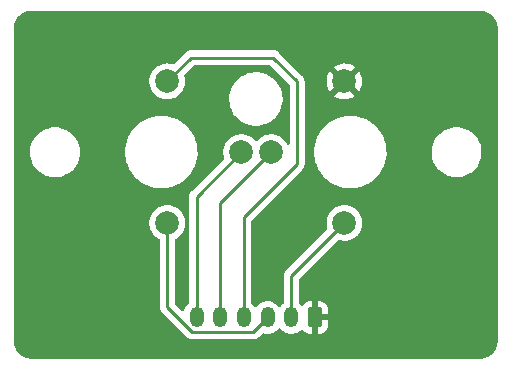
<source format=gtl>
%TF.GenerationSoftware,KiCad,Pcbnew,5.99.0-unknown-56f6e7cc17~117~ubuntu20.04.1*%
%TF.CreationDate,2021-03-07T11:01:33-05:00*%
%TF.ProjectId,LC24.2 Breakout,4c433234-2e32-4204-9272-65616b6f7574,rev?*%
%TF.SameCoordinates,Original*%
%TF.FileFunction,Copper,L1,Top*%
%TF.FilePolarity,Positive*%
%FSLAX46Y46*%
G04 Gerber Fmt 4.6, Leading zero omitted, Abs format (unit mm)*
G04 Created by KiCad (PCBNEW 5.99.0-unknown-56f6e7cc17~117~ubuntu20.04.1) date 2021-03-07 11:01:33*
%MOMM*%
%LPD*%
G01*
G04 APERTURE LIST*
G04 Aperture macros list*
%AMRoundRect*
0 Rectangle with rounded corners*
0 $1 Rounding radius*
0 $2 $3 $4 $5 $6 $7 $8 $9 X,Y pos of 4 corners*
0 Add a 4 corners polygon primitive as box body*
4,1,4,$2,$3,$4,$5,$6,$7,$8,$9,$2,$3,0*
0 Add four circle primitives for the rounded corners*
1,1,$1+$1,$2,$3*
1,1,$1+$1,$4,$5*
1,1,$1+$1,$6,$7*
1,1,$1+$1,$8,$9*
0 Add four rect primitives between the rounded corners*
20,1,$1+$1,$2,$3,$4,$5,0*
20,1,$1+$1,$4,$5,$6,$7,0*
20,1,$1+$1,$6,$7,$8,$9,0*
20,1,$1+$1,$8,$9,$2,$3,0*%
G04 Aperture macros list end*
%TA.AperFunction,ComponentPad*%
%ADD10C,2.000000*%
%TD*%
%TA.AperFunction,ComponentPad*%
%ADD11O,1.200000X1.750000*%
%TD*%
%TA.AperFunction,ComponentPad*%
%ADD12RoundRect,0.250000X0.350000X0.625000X-0.350000X0.625000X-0.350000X-0.625000X0.350000X-0.625000X0*%
%TD*%
%TA.AperFunction,Conductor*%
%ADD13C,0.250000*%
%TD*%
G04 APERTURE END LIST*
D10*
%TO.P,SW1,5*%
%TO.N,SW1*%
X167285000Y-105500000D03*
%TO.P,SW1,6*%
%TO.N,SW2*%
X164765000Y-105500000D03*
%TO.P,SW1,4,DAT*%
%TO.N,DAT*%
X158515000Y-111500000D03*
%TO.P,SW1,2,5V*%
%TO.N,+5V*%
X173515000Y-111500000D03*
%TO.P,SW1,1,GND*%
%TO.N,GND*%
X173515000Y-99500000D03*
%TO.P,SW1,3,CLK*%
%TO.N,CLK*%
X158515000Y-99500000D03*
%TD*%
D11*
%TO.P,J1,6,Pin_6*%
%TO.N,SW2*%
X161000000Y-119500000D03*
%TO.P,J1,5,Pin_5*%
%TO.N,SW1*%
X163000000Y-119500000D03*
%TO.P,J1,4,Pin_4*%
%TO.N,CLK*%
X165000000Y-119500000D03*
%TO.P,J1,3,Pin_3*%
%TO.N,DAT*%
X167000000Y-119500000D03*
%TO.P,J1,2,Pin_2*%
%TO.N,+5V*%
X169000000Y-119500000D03*
D12*
%TO.P,J1,1,Pin_1*%
%TO.N,GND*%
X171000000Y-119500000D03*
%TD*%
D13*
%TO.N,CLK*%
X169500000Y-99500000D02*
X167500000Y-97500000D01*
X165000000Y-111000000D02*
X169500000Y-106500000D01*
X165000000Y-119500000D02*
X165000000Y-111000000D01*
X169500000Y-106500000D02*
X169500000Y-99500000D01*
X160515000Y-97500000D02*
X158515000Y-99500000D01*
X167500000Y-97500000D02*
X160515000Y-97500000D01*
%TO.N,DAT*%
X167000000Y-119500000D02*
X165799980Y-120700020D01*
X165799980Y-120700020D02*
X160616845Y-120700020D01*
X160616845Y-120700020D02*
X158515000Y-118598175D01*
X158515000Y-118598175D02*
X158515000Y-111500000D01*
%TO.N,SW2*%
X164765000Y-105500000D02*
X161000000Y-109265000D01*
X161000000Y-109265000D02*
X161000000Y-119500000D01*
%TO.N,SW1*%
X163000000Y-119500000D02*
X163000000Y-109785000D01*
X163000000Y-109785000D02*
X167285000Y-105500000D01*
%TO.N,+5V*%
X169000000Y-119500000D02*
X169000000Y-116015000D01*
X169000000Y-116015000D02*
X173515000Y-111500000D01*
%TD*%
%TA.AperFunction,Conductor*%
%TO.N,GND*%
G36*
X184939027Y-93509874D02*
G01*
X184947679Y-93511383D01*
X184947680Y-93511383D01*
X184952473Y-93512219D01*
X184957332Y-93512308D01*
X184957337Y-93512308D01*
X185067689Y-93514318D01*
X185074380Y-93514618D01*
X185090883Y-93515798D01*
X185119546Y-93517848D01*
X185128453Y-93518806D01*
X185294048Y-93542615D01*
X185302876Y-93544208D01*
X185329239Y-93549942D01*
X185337945Y-93552165D01*
X185498462Y-93599297D01*
X185506996Y-93602137D01*
X185532236Y-93611551D01*
X185540547Y-93614994D01*
X185692736Y-93684497D01*
X185700778Y-93688522D01*
X185724425Y-93701434D01*
X185732160Y-93706024D01*
X185872883Y-93796460D01*
X185880273Y-93801590D01*
X185901864Y-93817753D01*
X185908867Y-93823397D01*
X186035292Y-93932945D01*
X186041874Y-93939074D01*
X186060927Y-93958127D01*
X186067057Y-93964710D01*
X186176607Y-94091139D01*
X186182246Y-94098137D01*
X186198406Y-94119722D01*
X186203533Y-94127106D01*
X186293981Y-94267847D01*
X186298570Y-94275581D01*
X186311478Y-94299220D01*
X186315500Y-94307255D01*
X186384997Y-94459430D01*
X186388440Y-94467742D01*
X186397867Y-94493018D01*
X186400707Y-94501551D01*
X186447832Y-94662044D01*
X186450055Y-94670753D01*
X186455787Y-94697097D01*
X186457383Y-94705942D01*
X186457386Y-94705959D01*
X186481193Y-94871550D01*
X186482154Y-94880490D01*
X186485382Y-94925616D01*
X186485682Y-94932311D01*
X186487381Y-95025565D01*
X186487721Y-95044250D01*
X186488437Y-95048671D01*
X186488437Y-95048676D01*
X186490381Y-95060685D01*
X186492000Y-95080816D01*
X186492000Y-121417379D01*
X186490126Y-121439027D01*
X186487781Y-121452473D01*
X186487692Y-121457332D01*
X186487692Y-121457337D01*
X186485682Y-121567689D01*
X186485382Y-121574380D01*
X186482152Y-121619546D01*
X186481195Y-121628450D01*
X186472761Y-121687107D01*
X186457385Y-121794045D01*
X186455789Y-121802891D01*
X186450056Y-121829244D01*
X186447840Y-121837928D01*
X186419443Y-121934640D01*
X186400702Y-121998465D01*
X186397862Y-122006998D01*
X186388450Y-122032233D01*
X186385008Y-122040543D01*
X186315501Y-122192742D01*
X186311475Y-122200785D01*
X186298571Y-122224417D01*
X186293981Y-122232152D01*
X186203535Y-122372891D01*
X186198411Y-122380271D01*
X186185105Y-122398046D01*
X186182255Y-122401853D01*
X186176614Y-122408853D01*
X186067063Y-122535284D01*
X186060933Y-122541867D01*
X186041868Y-122560932D01*
X186035285Y-122567062D01*
X185908859Y-122676610D01*
X185901865Y-122682246D01*
X185880260Y-122698420D01*
X185872902Y-122703528D01*
X185761071Y-122775397D01*
X185732156Y-122793979D01*
X185724428Y-122798565D01*
X185700769Y-122811483D01*
X185692735Y-122815505D01*
X185540549Y-122885006D01*
X185532238Y-122888448D01*
X185506989Y-122897865D01*
X185498457Y-122900705D01*
X185433057Y-122919908D01*
X185337953Y-122947833D01*
X185329247Y-122950055D01*
X185302894Y-122955788D01*
X185294047Y-122957385D01*
X185253048Y-122963280D01*
X185128451Y-122981193D01*
X185119510Y-122982154D01*
X185074383Y-122985382D01*
X185067688Y-122985682D01*
X184960233Y-122987639D01*
X184960228Y-122987639D01*
X184955751Y-122987721D01*
X184940891Y-122990126D01*
X184939309Y-122990382D01*
X184919179Y-122992000D01*
X147082621Y-122992000D01*
X147060973Y-122990126D01*
X147052321Y-122988617D01*
X147052320Y-122988617D01*
X147047527Y-122987781D01*
X147042668Y-122987692D01*
X147042663Y-122987692D01*
X146932311Y-122985682D01*
X146925620Y-122985382D01*
X146909117Y-122984202D01*
X146880454Y-122982152D01*
X146871550Y-122981195D01*
X146732990Y-122961272D01*
X146705955Y-122957385D01*
X146697108Y-122955789D01*
X146670756Y-122950056D01*
X146662072Y-122947840D01*
X146565360Y-122919443D01*
X146501535Y-122900702D01*
X146493002Y-122897862D01*
X146467767Y-122888450D01*
X146459457Y-122885008D01*
X146307258Y-122815501D01*
X146299215Y-122811475D01*
X146275583Y-122798571D01*
X146267848Y-122793981D01*
X146157161Y-122722848D01*
X146127104Y-122703532D01*
X146119729Y-122698411D01*
X146098147Y-122682255D01*
X146091147Y-122676614D01*
X145964716Y-122567063D01*
X145958133Y-122560933D01*
X145939068Y-122541868D01*
X145932938Y-122535285D01*
X145823390Y-122408859D01*
X145817749Y-122401859D01*
X145817745Y-122401853D01*
X145801580Y-122380260D01*
X145796472Y-122372902D01*
X145706021Y-122232156D01*
X145701431Y-122224421D01*
X145688521Y-122200778D01*
X145684495Y-122192735D01*
X145614994Y-122040549D01*
X145611552Y-122032238D01*
X145602135Y-122006989D01*
X145599295Y-121998457D01*
X145552169Y-121837962D01*
X145549945Y-121829247D01*
X145544212Y-121802894D01*
X145542614Y-121794041D01*
X145518807Y-121628451D01*
X145517846Y-121619510D01*
X145514618Y-121574383D01*
X145514318Y-121567688D01*
X145512361Y-121460233D01*
X145512361Y-121460228D01*
X145512279Y-121455751D01*
X145509618Y-121439309D01*
X145508000Y-121419179D01*
X145508000Y-105477868D01*
X146886616Y-105477868D01*
X146903166Y-105764892D01*
X146903991Y-105769097D01*
X146903992Y-105769105D01*
X146904799Y-105773216D01*
X146958516Y-106047014D01*
X146959903Y-106051065D01*
X147023767Y-106237596D01*
X147051642Y-106319014D01*
X147053568Y-106322843D01*
X147167631Y-106549631D01*
X147180822Y-106575859D01*
X147343664Y-106812796D01*
X147537155Y-107025440D01*
X147757716Y-107209857D01*
X147761357Y-107212141D01*
X147997624Y-107360352D01*
X147997628Y-107360354D01*
X148001264Y-107362635D01*
X148263293Y-107480945D01*
X148267412Y-107482165D01*
X148534841Y-107561382D01*
X148534846Y-107561383D01*
X148538954Y-107562600D01*
X148543188Y-107563248D01*
X148543193Y-107563249D01*
X148796037Y-107601940D01*
X148823147Y-107606088D01*
X148969498Y-107608387D01*
X149106321Y-107610537D01*
X149106327Y-107610537D01*
X149110612Y-107610604D01*
X149114864Y-107610089D01*
X149114872Y-107610089D01*
X149336529Y-107583265D01*
X149396030Y-107576064D01*
X149400179Y-107574976D01*
X149400182Y-107574975D01*
X149669970Y-107504198D01*
X149674121Y-107503109D01*
X149939736Y-107393087D01*
X149988827Y-107364401D01*
X150184255Y-107250202D01*
X150184257Y-107250200D01*
X150187963Y-107248035D01*
X150414208Y-107070637D01*
X150428699Y-107055684D01*
X150587557Y-106891754D01*
X150614283Y-106864175D01*
X150616816Y-106860727D01*
X150616820Y-106860722D01*
X150781949Y-106635925D01*
X150784487Y-106632470D01*
X150809837Y-106585782D01*
X150919621Y-106383585D01*
X150919622Y-106383583D01*
X150921671Y-106379809D01*
X151023295Y-106110869D01*
X151054255Y-105975689D01*
X151086521Y-105834808D01*
X151086522Y-105834804D01*
X151087479Y-105830624D01*
X151092970Y-105769105D01*
X151107445Y-105606915D01*
X154953366Y-105606915D01*
X154953693Y-105610471D01*
X154953693Y-105610478D01*
X154974839Y-105840604D01*
X154985150Y-105952814D01*
X155055886Y-106292892D01*
X155057003Y-106296279D01*
X155057005Y-106296287D01*
X155163548Y-106619387D01*
X155164666Y-106622777D01*
X155166161Y-106626019D01*
X155166161Y-106626020D01*
X155302718Y-106922234D01*
X155310090Y-106938226D01*
X155490289Y-107235186D01*
X155492473Y-107238006D01*
X155492478Y-107238014D01*
X155698581Y-107504198D01*
X155702947Y-107509837D01*
X155945329Y-107758649D01*
X156214320Y-107978424D01*
X156241577Y-107995956D01*
X156503457Y-108164404D01*
X156503465Y-108164408D01*
X156506460Y-108166335D01*
X156817995Y-108319967D01*
X156821352Y-108321172D01*
X156821356Y-108321174D01*
X156939131Y-108363459D01*
X157144919Y-108437344D01*
X157483029Y-108516959D01*
X157486560Y-108517377D01*
X157486566Y-108517378D01*
X157824435Y-108557367D01*
X157824441Y-108557367D01*
X157827978Y-108557786D01*
X157831540Y-108557802D01*
X157831547Y-108557802D01*
X158001655Y-108558544D01*
X158175331Y-108559302D01*
X158520623Y-108521486D01*
X158524104Y-108520698D01*
X158524112Y-108520697D01*
X158772873Y-108464407D01*
X158859415Y-108444825D01*
X159187351Y-108330305D01*
X159206282Y-108321174D01*
X159497003Y-108180946D01*
X159497006Y-108180945D01*
X159500214Y-108179397D01*
X159793984Y-107994043D01*
X160064882Y-107776624D01*
X160309426Y-107529937D01*
X160325272Y-107509837D01*
X160522259Y-107259958D01*
X160524472Y-107257151D01*
X160526350Y-107254116D01*
X160526355Y-107254109D01*
X160705376Y-106964814D01*
X160707256Y-106961776D01*
X160855428Y-106647607D01*
X160967082Y-106318685D01*
X160967892Y-106314958D01*
X161040026Y-105982723D01*
X161040783Y-105979237D01*
X161075584Y-105633628D01*
X161078500Y-105500000D01*
X161070711Y-105362828D01*
X161059010Y-105156770D01*
X161059009Y-105156763D01*
X161058807Y-105153202D01*
X161020042Y-104927600D01*
X161000588Y-104814380D01*
X161000586Y-104814371D01*
X160999983Y-104810862D01*
X160956194Y-104660628D01*
X160903785Y-104480824D01*
X160903785Y-104480823D01*
X160902782Y-104477383D01*
X160875063Y-104411279D01*
X160835790Y-104317624D01*
X160768456Y-104157050D01*
X160598730Y-103853983D01*
X160395787Y-103572077D01*
X160339649Y-103510273D01*
X160164646Y-103317610D01*
X160164644Y-103317608D01*
X160162236Y-103314957D01*
X159901079Y-103085929D01*
X159615674Y-102887937D01*
X159612527Y-102886246D01*
X159612522Y-102886243D01*
X159312847Y-102725222D01*
X159309691Y-102723526D01*
X158987063Y-102594810D01*
X158651937Y-102503445D01*
X158471532Y-102475678D01*
X158312146Y-102451146D01*
X158312142Y-102451146D01*
X158308623Y-102450604D01*
X158271812Y-102449158D01*
X157965105Y-102437107D01*
X157965100Y-102437107D01*
X157961535Y-102436967D01*
X157770733Y-102451146D01*
X157618695Y-102462444D01*
X157618690Y-102462445D01*
X157615133Y-102462709D01*
X157273872Y-102527499D01*
X156942140Y-102630505D01*
X156938862Y-102631948D01*
X156938855Y-102631950D01*
X156627481Y-102768958D01*
X156627476Y-102768960D01*
X156624200Y-102770402D01*
X156324141Y-102945391D01*
X156045820Y-103153223D01*
X156043222Y-103155667D01*
X156043216Y-103155672D01*
X155795420Y-103388776D01*
X155792816Y-103391226D01*
X155790506Y-103393955D01*
X155593211Y-103627009D01*
X155568380Y-103656340D01*
X155566400Y-103659304D01*
X155566398Y-103659306D01*
X155377787Y-103941582D01*
X155375399Y-103945156D01*
X155373760Y-103948338D01*
X155373759Y-103948340D01*
X155353512Y-103987652D01*
X155216353Y-104253962D01*
X155215087Y-104257303D01*
X155215085Y-104257308D01*
X155192234Y-104317624D01*
X155093288Y-104578788D01*
X155071477Y-104664669D01*
X155008665Y-104911990D01*
X155008663Y-104911998D01*
X155007785Y-104915457D01*
X154960944Y-105259641D01*
X154953366Y-105606915D01*
X151107445Y-105606915D01*
X151112816Y-105546728D01*
X151112816Y-105546726D01*
X151113036Y-105544262D01*
X151113500Y-105500000D01*
X151103809Y-105357839D01*
X151094238Y-105217442D01*
X151094237Y-105217436D01*
X151093946Y-105213165D01*
X151089409Y-105191254D01*
X151036513Y-104935835D01*
X151035644Y-104931638D01*
X150939674Y-104660628D01*
X150807812Y-104405150D01*
X150642498Y-104169931D01*
X150639573Y-104166783D01*
X150449711Y-103962468D01*
X150449708Y-103962466D01*
X150446790Y-103959325D01*
X150443474Y-103956611D01*
X150443471Y-103956608D01*
X150227629Y-103779942D01*
X150227622Y-103779937D01*
X150224311Y-103777227D01*
X149979176Y-103627009D01*
X149975240Y-103625281D01*
X149719851Y-103513172D01*
X149719847Y-103513171D01*
X149715923Y-103511448D01*
X149439421Y-103432685D01*
X149228794Y-103402708D01*
X149159041Y-103392781D01*
X149159039Y-103392781D01*
X149154789Y-103392176D01*
X149003976Y-103391387D01*
X148871579Y-103390693D01*
X148871573Y-103390693D01*
X148867292Y-103390671D01*
X148863048Y-103391230D01*
X148863044Y-103391230D01*
X148737864Y-103407710D01*
X148582251Y-103428197D01*
X148578111Y-103429330D01*
X148578109Y-103429330D01*
X148561547Y-103433861D01*
X148304940Y-103504061D01*
X148283580Y-103513172D01*
X148044433Y-103615176D01*
X148044426Y-103615180D01*
X148040491Y-103616858D01*
X148036810Y-103619061D01*
X147797479Y-103762297D01*
X147797475Y-103762300D01*
X147793797Y-103764501D01*
X147790454Y-103767179D01*
X147790450Y-103767182D01*
X147685739Y-103851072D01*
X147569423Y-103944259D01*
X147566479Y-103947361D01*
X147566475Y-103947365D01*
X147388343Y-104135076D01*
X147371520Y-104152804D01*
X147203752Y-104386279D01*
X147069222Y-104640362D01*
X147005556Y-104814337D01*
X146974626Y-104898857D01*
X146970419Y-104910352D01*
X146909173Y-105191254D01*
X146886616Y-105477868D01*
X145508000Y-105477868D01*
X145508000Y-101094786D01*
X163753485Y-101094786D01*
X163753937Y-101098945D01*
X163753937Y-101098949D01*
X163755508Y-101113404D01*
X163785888Y-101393053D01*
X163786884Y-101397110D01*
X163786885Y-101397113D01*
X163790704Y-101412659D01*
X163857453Y-101684414D01*
X163966924Y-101963751D01*
X164112377Y-102226157D01*
X164114860Y-102229500D01*
X164114863Y-102229505D01*
X164268939Y-102436967D01*
X164291258Y-102467019D01*
X164500423Y-102682108D01*
X164503701Y-102684688D01*
X164503706Y-102684692D01*
X164732904Y-102865053D01*
X164736197Y-102867644D01*
X164739802Y-102869776D01*
X164739805Y-102869778D01*
X164836382Y-102926893D01*
X164994439Y-103020368D01*
X165270610Y-103137596D01*
X165559860Y-103217269D01*
X165564005Y-103217837D01*
X165564006Y-103217837D01*
X165574774Y-103219312D01*
X165857106Y-103257986D01*
X165861282Y-103258001D01*
X165861288Y-103258001D01*
X166009666Y-103258518D01*
X166157126Y-103259033D01*
X166454649Y-103220392D01*
X166744448Y-103142741D01*
X166748290Y-103141142D01*
X166748298Y-103141139D01*
X167017581Y-103029047D01*
X167021432Y-103027444D01*
X167025029Y-103025350D01*
X167025036Y-103025347D01*
X167174155Y-102938557D01*
X167280733Y-102876527D01*
X167295526Y-102865053D01*
X167514480Y-102695214D01*
X167514481Y-102695213D01*
X167517797Y-102692641D01*
X167679600Y-102528563D01*
X167725519Y-102481999D01*
X167725524Y-102481994D01*
X167728458Y-102479018D01*
X167740748Y-102462709D01*
X167906504Y-102242743D01*
X167906506Y-102242740D01*
X167909016Y-102239409D01*
X168056298Y-101978026D01*
X168167716Y-101699460D01*
X168241314Y-101408605D01*
X168243114Y-101393053D01*
X168275470Y-101113404D01*
X168275798Y-101110571D01*
X168278500Y-101000000D01*
X168258616Y-100700638D01*
X168199315Y-100406535D01*
X168101637Y-100122858D01*
X168010654Y-99941168D01*
X167969172Y-99858331D01*
X167969171Y-99858329D01*
X167967300Y-99854593D01*
X167798662Y-99606450D01*
X167765874Y-99569778D01*
X167601475Y-99385908D01*
X167601474Y-99385907D01*
X167598688Y-99382791D01*
X167370890Y-99187545D01*
X167203938Y-99079125D01*
X167122780Y-99026420D01*
X167122775Y-99026417D01*
X167119270Y-99024141D01*
X167105847Y-99017767D01*
X166903947Y-98921898D01*
X166848250Y-98895451D01*
X166562590Y-98803736D01*
X166267310Y-98750606D01*
X166101140Y-98743060D01*
X165971767Y-98737185D01*
X165971762Y-98737185D01*
X165967597Y-98736996D01*
X165963449Y-98737359D01*
X165963445Y-98737359D01*
X165771744Y-98754131D01*
X165668717Y-98763145D01*
X165664645Y-98764055D01*
X165664640Y-98764056D01*
X165379999Y-98827681D01*
X165379996Y-98827682D01*
X165375920Y-98828593D01*
X165094352Y-98932190D01*
X165090664Y-98934134D01*
X165090656Y-98934138D01*
X164932040Y-99017767D01*
X164828958Y-99072116D01*
X164584402Y-99245913D01*
X164581353Y-99248757D01*
X164581346Y-99248762D01*
X164473780Y-99349070D01*
X164364980Y-99450528D01*
X164362327Y-99453757D01*
X164362323Y-99453762D01*
X164233536Y-99610550D01*
X164174546Y-99682365D01*
X164172340Y-99685922D01*
X164172337Y-99685927D01*
X164124920Y-99762404D01*
X164016448Y-99937351D01*
X163893462Y-100211007D01*
X163888058Y-100229134D01*
X163808940Y-100494528D01*
X163808938Y-100494536D01*
X163807749Y-100498525D01*
X163807097Y-100502642D01*
X163807096Y-100502646D01*
X163765848Y-100763082D01*
X163760816Y-100794853D01*
X163760635Y-100802272D01*
X163755533Y-101011016D01*
X163753485Y-101094786D01*
X145508000Y-101094786D01*
X145508000Y-99605576D01*
X157005187Y-99605576D01*
X157005944Y-99610579D01*
X157005944Y-99610584D01*
X157029765Y-99768095D01*
X157041488Y-99845609D01*
X157043034Y-99850425D01*
X157043035Y-99850428D01*
X157114090Y-100071735D01*
X157115700Y-100076750D01*
X157225911Y-100293053D01*
X157228901Y-100297138D01*
X157330187Y-100435527D01*
X157369288Y-100488952D01*
X157542141Y-100659408D01*
X157546266Y-100662340D01*
X157546269Y-100662342D01*
X157735898Y-100797105D01*
X157735902Y-100797108D01*
X157740023Y-100800036D01*
X157744561Y-100802269D01*
X157744566Y-100802272D01*
X157901675Y-100879579D01*
X157957843Y-100907217D01*
X157962678Y-100908695D01*
X157962680Y-100908696D01*
X158041295Y-100932730D01*
X158189998Y-100978193D01*
X158195017Y-100978880D01*
X158195019Y-100978881D01*
X158349191Y-101000000D01*
X158430514Y-101011140D01*
X158499858Y-101009445D01*
X158668143Y-101005333D01*
X158668147Y-101005333D01*
X158673204Y-101005209D01*
X158911823Y-100960552D01*
X158917926Y-100958355D01*
X159059968Y-100907217D01*
X159140234Y-100878320D01*
X159352558Y-100760626D01*
X159356536Y-100757496D01*
X159356540Y-100757493D01*
X159539358Y-100613629D01*
X159539359Y-100613628D01*
X159543334Y-100610500D01*
X159546756Y-100606779D01*
X159704231Y-100435527D01*
X159704234Y-100435523D01*
X159707654Y-100431804D01*
X159841290Y-100229134D01*
X159887277Y-100126809D01*
X159938730Y-100012322D01*
X159938732Y-100012316D01*
X159940804Y-100007706D01*
X159958633Y-99941168D01*
X160002327Y-99778098D01*
X160002327Y-99778097D01*
X160003635Y-99773216D01*
X160028168Y-99531696D01*
X160028500Y-99500000D01*
X160028271Y-99497152D01*
X160009437Y-99263061D01*
X160009436Y-99263056D01*
X160009031Y-99258020D01*
X160006757Y-99248762D01*
X159955738Y-99041048D01*
X159958914Y-98970122D01*
X159989006Y-98921898D01*
X160740499Y-98170405D01*
X160802811Y-98136379D01*
X160829594Y-98133500D01*
X167185406Y-98133500D01*
X167253527Y-98153502D01*
X167274501Y-98170405D01*
X168829595Y-99725499D01*
X168863621Y-99787811D01*
X168866500Y-99814594D01*
X168866500Y-104746216D01*
X168846498Y-104814337D01*
X168792842Y-104860830D01*
X168722568Y-104870934D01*
X168657988Y-104841440D01*
X168628841Y-104804596D01*
X168628245Y-104803455D01*
X168626269Y-104798801D01*
X168496907Y-104593378D01*
X168336365Y-104411279D01*
X168148775Y-104257191D01*
X167938962Y-104135076D01*
X167934235Y-104133262D01*
X167934232Y-104133260D01*
X167717048Y-104049891D01*
X167717044Y-104049890D01*
X167712324Y-104048078D01*
X167707374Y-104047044D01*
X167707371Y-104047043D01*
X167479643Y-103999468D01*
X167479639Y-103999468D01*
X167474692Y-103998434D01*
X167232180Y-103987422D01*
X167227160Y-103988003D01*
X167227156Y-103988003D01*
X166996056Y-104014742D01*
X166991026Y-104015324D01*
X166986155Y-104016702D01*
X166986152Y-104016703D01*
X166878955Y-104047037D01*
X166757436Y-104081424D01*
X166647427Y-104132722D01*
X166542001Y-104181882D01*
X166541997Y-104181884D01*
X166537419Y-104184019D01*
X166336635Y-104320472D01*
X166247091Y-104405150D01*
X166167068Y-104480824D01*
X166160250Y-104487271D01*
X166157172Y-104491297D01*
X166157171Y-104491298D01*
X166124819Y-104533613D01*
X166067555Y-104575581D01*
X165996691Y-104579926D01*
X165930209Y-104540410D01*
X165924217Y-104533613D01*
X165816365Y-104411279D01*
X165628775Y-104257191D01*
X165418962Y-104135076D01*
X165414235Y-104133262D01*
X165414232Y-104133260D01*
X165197048Y-104049891D01*
X165197044Y-104049890D01*
X165192324Y-104048078D01*
X165187374Y-104047044D01*
X165187371Y-104047043D01*
X164959643Y-103999468D01*
X164959639Y-103999468D01*
X164954692Y-103998434D01*
X164712180Y-103987422D01*
X164707160Y-103988003D01*
X164707156Y-103988003D01*
X164476056Y-104014742D01*
X164471026Y-104015324D01*
X164466155Y-104016702D01*
X164466152Y-104016703D01*
X164358955Y-104047037D01*
X164237436Y-104081424D01*
X164127427Y-104132722D01*
X164022001Y-104181882D01*
X164021997Y-104181884D01*
X164017419Y-104184019D01*
X163816635Y-104320472D01*
X163727091Y-104405150D01*
X163647068Y-104480824D01*
X163640250Y-104487271D01*
X163637172Y-104491297D01*
X163637171Y-104491298D01*
X163495875Y-104676105D01*
X163495872Y-104676109D01*
X163492802Y-104680125D01*
X163378085Y-104894072D01*
X163376439Y-104898853D01*
X163376437Y-104898857D01*
X163333944Y-105022265D01*
X163299049Y-105123608D01*
X163257729Y-105362828D01*
X163257676Y-105367888D01*
X163256480Y-105482148D01*
X163255187Y-105605576D01*
X163255944Y-105610579D01*
X163255944Y-105610584D01*
X163290731Y-105840604D01*
X163291488Y-105845609D01*
X163293034Y-105850425D01*
X163293035Y-105850428D01*
X163324361Y-105947995D01*
X163326141Y-106018969D01*
X163293488Y-106075608D01*
X160607487Y-108761609D01*
X160599399Y-108768969D01*
X160593005Y-108773027D01*
X160587580Y-108778804D01*
X160547131Y-108821878D01*
X160544376Y-108824720D01*
X160524062Y-108845034D01*
X160521417Y-108848445D01*
X160513713Y-108857465D01*
X160483443Y-108889699D01*
X160479626Y-108896643D01*
X160479624Y-108896645D01*
X160473682Y-108907453D01*
X160462828Y-108923977D01*
X160450417Y-108939977D01*
X160447270Y-108947248D01*
X160447270Y-108947249D01*
X160432859Y-108980551D01*
X160427638Y-108991207D01*
X160406338Y-109029952D01*
X160404366Y-109037635D01*
X160404365Y-109037636D01*
X160401301Y-109049568D01*
X160394897Y-109068272D01*
X160390001Y-109079585D01*
X160389999Y-109079592D01*
X160386852Y-109086864D01*
X160385613Y-109094688D01*
X160385612Y-109094691D01*
X160379935Y-109130535D01*
X160377528Y-109142156D01*
X160368013Y-109179218D01*
X160366535Y-109184975D01*
X160366500Y-109185531D01*
X160366500Y-109205452D01*
X160364949Y-109225162D01*
X160361816Y-109244944D01*
X160362562Y-109252836D01*
X160365941Y-109288582D01*
X160366500Y-109300440D01*
X160366500Y-118250244D01*
X160346498Y-118318365D01*
X160313401Y-118353013D01*
X160272416Y-118382086D01*
X160268267Y-118386420D01*
X160268266Y-118386421D01*
X160130302Y-118530540D01*
X160130298Y-118530545D01*
X160126152Y-118534876D01*
X160122900Y-118539912D01*
X160122898Y-118539915D01*
X160020787Y-118698058D01*
X160011418Y-118712568D01*
X160009178Y-118718127D01*
X160009174Y-118718134D01*
X159972431Y-118809305D01*
X159952573Y-118858581D01*
X159943006Y-118882319D01*
X159898991Y-118938025D01*
X159831846Y-118961092D01*
X159762889Y-118944195D01*
X159737045Y-118924316D01*
X159185405Y-118372676D01*
X159151379Y-118310364D01*
X159148500Y-118283581D01*
X159148500Y-112947957D01*
X159168502Y-112879836D01*
X159213413Y-112837756D01*
X159352558Y-112760626D01*
X159356536Y-112757496D01*
X159356540Y-112757493D01*
X159539358Y-112613629D01*
X159539359Y-112613628D01*
X159543334Y-112610500D01*
X159655104Y-112488952D01*
X159704231Y-112435527D01*
X159704234Y-112435523D01*
X159707654Y-112431804D01*
X159841290Y-112229134D01*
X159907746Y-112081263D01*
X159938730Y-112012322D01*
X159938732Y-112012316D01*
X159940804Y-112007706D01*
X159982946Y-111850428D01*
X160002327Y-111778098D01*
X160002327Y-111778097D01*
X160003635Y-111773216D01*
X160028168Y-111531696D01*
X160028500Y-111500000D01*
X160009031Y-111258020D01*
X159977243Y-111128600D01*
X159952331Y-111027179D01*
X159951124Y-111022265D01*
X159916397Y-110940452D01*
X159858245Y-110803456D01*
X159858245Y-110803455D01*
X159856269Y-110798801D01*
X159726907Y-110593378D01*
X159566365Y-110411279D01*
X159378775Y-110257191D01*
X159168962Y-110135076D01*
X159164235Y-110133262D01*
X159164232Y-110133260D01*
X158947048Y-110049891D01*
X158947044Y-110049890D01*
X158942324Y-110048078D01*
X158937374Y-110047044D01*
X158937371Y-110047043D01*
X158709643Y-109999468D01*
X158709639Y-109999468D01*
X158704692Y-109998434D01*
X158462180Y-109987422D01*
X158457160Y-109988003D01*
X158457156Y-109988003D01*
X158226056Y-110014742D01*
X158221026Y-110015324D01*
X158216155Y-110016702D01*
X158216152Y-110016703D01*
X158163957Y-110031473D01*
X157987436Y-110081424D01*
X157877427Y-110132722D01*
X157772001Y-110181882D01*
X157771997Y-110181884D01*
X157767419Y-110184019D01*
X157566635Y-110320472D01*
X157390250Y-110487271D01*
X157387172Y-110491297D01*
X157387171Y-110491298D01*
X157245875Y-110676105D01*
X157245872Y-110676109D01*
X157242802Y-110680125D01*
X157240412Y-110684583D01*
X157240411Y-110684584D01*
X157201043Y-110758005D01*
X157128085Y-110894072D01*
X157126439Y-110898853D01*
X157126437Y-110898857D01*
X157079408Y-111035440D01*
X157049049Y-111123608D01*
X157007729Y-111362828D01*
X157005187Y-111605576D01*
X157041488Y-111845609D01*
X157043034Y-111850425D01*
X157043035Y-111850428D01*
X157091964Y-112002821D01*
X157115700Y-112076750D01*
X157225911Y-112293053D01*
X157228901Y-112297138D01*
X157330187Y-112435527D01*
X157369288Y-112488952D01*
X157542141Y-112659408D01*
X157546266Y-112662340D01*
X157546269Y-112662342D01*
X157735901Y-112797107D01*
X157735904Y-112797109D01*
X157740023Y-112800036D01*
X157744559Y-112802268D01*
X157811130Y-112835025D01*
X157863421Y-112883048D01*
X157881500Y-112948080D01*
X157881500Y-118519791D01*
X157880986Y-118530695D01*
X157879334Y-118538086D01*
X157879583Y-118546012D01*
X157879583Y-118546013D01*
X157881438Y-118605041D01*
X157881500Y-118608998D01*
X157881500Y-118637753D01*
X157881996Y-118641678D01*
X157881996Y-118641679D01*
X157882039Y-118642018D01*
X157882972Y-118653862D01*
X157884361Y-118698058D01*
X157888577Y-118712568D01*
X157890012Y-118717508D01*
X157894022Y-118736871D01*
X157894873Y-118743605D01*
X157896560Y-118756963D01*
X157899476Y-118764328D01*
X157899477Y-118764332D01*
X157912837Y-118798076D01*
X157916681Y-118809303D01*
X157929014Y-118851753D01*
X157933052Y-118858581D01*
X157939323Y-118869186D01*
X157948019Y-118886937D01*
X157952558Y-118898401D01*
X157955478Y-118905775D01*
X157960139Y-118912190D01*
X157981465Y-118941542D01*
X157987983Y-118951465D01*
X158010486Y-118989516D01*
X158010855Y-118989934D01*
X158024938Y-119004017D01*
X158037772Y-119019042D01*
X158049554Y-119035258D01*
X158083335Y-119063204D01*
X158092115Y-119071194D01*
X160113454Y-121092533D01*
X160120814Y-121100621D01*
X160124872Y-121107015D01*
X160130649Y-121112440D01*
X160173723Y-121152889D01*
X160176565Y-121155644D01*
X160196879Y-121175958D01*
X160200290Y-121178603D01*
X160209310Y-121186307D01*
X160241544Y-121216577D01*
X160248488Y-121220394D01*
X160248490Y-121220396D01*
X160259298Y-121226338D01*
X160275822Y-121237192D01*
X160291822Y-121249603D01*
X160299093Y-121252750D01*
X160299094Y-121252750D01*
X160332396Y-121267161D01*
X160343052Y-121272382D01*
X160381797Y-121293682D01*
X160389480Y-121295654D01*
X160389481Y-121295655D01*
X160401413Y-121298719D01*
X160420117Y-121305123D01*
X160431428Y-121310018D01*
X160431435Y-121310020D01*
X160438709Y-121313168D01*
X160466508Y-121317571D01*
X160482383Y-121320085D01*
X160494008Y-121322493D01*
X160531063Y-121332007D01*
X160531065Y-121332007D01*
X160536820Y-121333485D01*
X160537376Y-121333520D01*
X160557292Y-121333520D01*
X160577002Y-121335071D01*
X160596790Y-121338205D01*
X160604682Y-121337459D01*
X160640438Y-121334079D01*
X160652296Y-121333520D01*
X165721596Y-121333520D01*
X165732500Y-121334034D01*
X165739891Y-121335686D01*
X165747817Y-121335437D01*
X165747818Y-121335437D01*
X165806846Y-121333582D01*
X165810803Y-121333520D01*
X165839558Y-121333520D01*
X165843825Y-121332981D01*
X165855667Y-121332048D01*
X165887315Y-121331053D01*
X165891940Y-121330908D01*
X165899863Y-121330659D01*
X165919314Y-121325008D01*
X165938675Y-121320998D01*
X165941400Y-121320654D01*
X165950910Y-121319453D01*
X165950913Y-121319452D01*
X165958768Y-121318460D01*
X165966133Y-121315544D01*
X165966137Y-121315543D01*
X165999881Y-121302183D01*
X166011110Y-121298338D01*
X166020345Y-121295655D01*
X166053558Y-121286006D01*
X166060386Y-121281968D01*
X166070991Y-121275697D01*
X166088742Y-121267001D01*
X166100206Y-121262462D01*
X166100209Y-121262460D01*
X166107580Y-121259542D01*
X166143348Y-121233555D01*
X166153271Y-121227036D01*
X166164499Y-121220396D01*
X166191321Y-121204534D01*
X166191739Y-121204165D01*
X166205822Y-121190082D01*
X166220847Y-121177248D01*
X166237063Y-121165466D01*
X166265010Y-121131684D01*
X166272999Y-121122905D01*
X166534076Y-120861828D01*
X166596388Y-120827802D01*
X166664504Y-120831895D01*
X166730616Y-120854853D01*
X166730618Y-120854854D01*
X166736281Y-120856820D01*
X166742216Y-120857681D01*
X166742218Y-120857681D01*
X166939666Y-120886310D01*
X166939669Y-120886310D01*
X166945606Y-120887171D01*
X167156894Y-120877391D01*
X167345674Y-120831895D01*
X167356687Y-120829241D01*
X167356689Y-120829240D01*
X167362520Y-120827835D01*
X167367978Y-120825353D01*
X167367982Y-120825352D01*
X167484776Y-120772249D01*
X167555066Y-120740290D01*
X167727584Y-120617914D01*
X167736782Y-120608306D01*
X167869698Y-120469460D01*
X167869702Y-120469455D01*
X167873848Y-120465124D01*
X167877101Y-120460086D01*
X167877105Y-120460081D01*
X167894741Y-120432767D01*
X167948496Y-120386389D01*
X168018791Y-120376435D01*
X168083309Y-120406066D01*
X168099678Y-120423280D01*
X168184592Y-120531379D01*
X168193635Y-120542891D01*
X168198165Y-120546822D01*
X168198166Y-120546823D01*
X168348856Y-120677587D01*
X168348861Y-120677591D01*
X168353387Y-120681518D01*
X168536471Y-120787434D01*
X168542147Y-120789405D01*
X168730607Y-120854850D01*
X168730610Y-120854851D01*
X168736281Y-120856820D01*
X168855237Y-120874068D01*
X168939666Y-120886310D01*
X168939669Y-120886310D01*
X168945606Y-120887171D01*
X169156894Y-120877391D01*
X169345674Y-120831895D01*
X169356687Y-120829241D01*
X169356689Y-120829240D01*
X169362520Y-120827835D01*
X169367978Y-120825353D01*
X169367982Y-120825352D01*
X169484776Y-120772249D01*
X169555066Y-120740290D01*
X169727584Y-120617914D01*
X169819460Y-120521939D01*
X169881013Y-120486564D01*
X169951923Y-120490083D01*
X170009673Y-120531379D01*
X170015848Y-120539986D01*
X170060641Y-120608306D01*
X170069965Y-120619458D01*
X170187629Y-120730922D01*
X170199276Y-120739635D01*
X170339429Y-120821043D01*
X170352754Y-120826837D01*
X170508700Y-120874068D01*
X170521323Y-120876516D01*
X170591184Y-120882751D01*
X170596779Y-120883000D01*
X170727885Y-120883000D01*
X170743124Y-120878525D01*
X170744329Y-120877135D01*
X170746000Y-120869452D01*
X170746000Y-119767548D01*
X171254000Y-119767548D01*
X171254000Y-120864885D01*
X171258475Y-120880124D01*
X171259865Y-120881329D01*
X171267548Y-120883000D01*
X171389223Y-120883000D01*
X171396524Y-120882576D01*
X171518255Y-120868383D01*
X171532410Y-120865037D01*
X171684761Y-120809737D01*
X171697760Y-120803227D01*
X171833306Y-120714359D01*
X171844458Y-120705035D01*
X171955922Y-120587371D01*
X171964635Y-120575724D01*
X172046043Y-120435571D01*
X172051837Y-120422246D01*
X172099068Y-120266300D01*
X172101516Y-120253677D01*
X172107751Y-120183816D01*
X172108000Y-120178221D01*
X172108000Y-119772115D01*
X172103525Y-119756876D01*
X172102135Y-119755671D01*
X172094452Y-119754000D01*
X171272115Y-119754000D01*
X171256876Y-119758475D01*
X171255671Y-119759865D01*
X171254000Y-119767548D01*
X170746000Y-119767548D01*
X170746000Y-118135115D01*
X170744659Y-118130548D01*
X171254000Y-118130548D01*
X171254000Y-119227885D01*
X171258475Y-119243124D01*
X171259865Y-119244329D01*
X171267548Y-119246000D01*
X172089885Y-119246000D01*
X172105124Y-119241525D01*
X172106329Y-119240135D01*
X172108000Y-119232452D01*
X172108000Y-118835777D01*
X172107576Y-118828476D01*
X172093383Y-118706745D01*
X172090037Y-118692590D01*
X172034737Y-118540239D01*
X172028227Y-118527240D01*
X171939359Y-118391694D01*
X171930035Y-118380542D01*
X171812371Y-118269078D01*
X171800724Y-118260365D01*
X171660571Y-118178957D01*
X171647246Y-118173163D01*
X171491300Y-118125932D01*
X171478677Y-118123484D01*
X171408816Y-118117249D01*
X171403221Y-118117000D01*
X171272115Y-118117000D01*
X171256876Y-118121475D01*
X171255671Y-118122865D01*
X171254000Y-118130548D01*
X170744659Y-118130548D01*
X170741525Y-118119876D01*
X170740135Y-118118671D01*
X170732452Y-118117000D01*
X170610777Y-118117000D01*
X170603476Y-118117424D01*
X170481745Y-118131617D01*
X170467590Y-118134963D01*
X170315239Y-118190263D01*
X170302240Y-118196773D01*
X170166694Y-118285641D01*
X170155542Y-118294965D01*
X170044078Y-118412629D01*
X170035362Y-118424279D01*
X170020347Y-118450129D01*
X169968836Y-118498987D01*
X169899087Y-118512239D01*
X169833246Y-118485679D01*
X169812307Y-118464674D01*
X169806365Y-118457109D01*
X169801834Y-118453177D01*
X169676919Y-118344780D01*
X169638578Y-118285026D01*
X169633500Y-118249615D01*
X169633500Y-116329594D01*
X169653502Y-116261473D01*
X169670405Y-116240499D01*
X172939419Y-112971485D01*
X173001731Y-112937459D01*
X173065353Y-112940086D01*
X173185147Y-112976711D01*
X173185160Y-112976714D01*
X173189998Y-112978193D01*
X173195017Y-112978880D01*
X173195019Y-112978881D01*
X173370240Y-113002883D01*
X173430514Y-113011140D01*
X173499858Y-113009445D01*
X173668143Y-113005333D01*
X173668147Y-113005333D01*
X173673204Y-113005209D01*
X173911823Y-112960552D01*
X173946808Y-112947957D01*
X174135470Y-112880035D01*
X174140234Y-112878320D01*
X174352558Y-112760626D01*
X174356536Y-112757496D01*
X174356540Y-112757493D01*
X174539358Y-112613629D01*
X174539359Y-112613628D01*
X174543334Y-112610500D01*
X174655104Y-112488952D01*
X174704231Y-112435527D01*
X174704234Y-112435523D01*
X174707654Y-112431804D01*
X174841290Y-112229134D01*
X174907746Y-112081263D01*
X174938730Y-112012322D01*
X174938732Y-112012316D01*
X174940804Y-112007706D01*
X174982946Y-111850428D01*
X175002327Y-111778098D01*
X175002327Y-111778097D01*
X175003635Y-111773216D01*
X175028168Y-111531696D01*
X175028500Y-111500000D01*
X175009031Y-111258020D01*
X174977243Y-111128600D01*
X174952331Y-111027179D01*
X174951124Y-111022265D01*
X174916397Y-110940452D01*
X174858245Y-110803456D01*
X174858245Y-110803455D01*
X174856269Y-110798801D01*
X174726907Y-110593378D01*
X174566365Y-110411279D01*
X174378775Y-110257191D01*
X174168962Y-110135076D01*
X174164235Y-110133262D01*
X174164232Y-110133260D01*
X173947048Y-110049891D01*
X173947044Y-110049890D01*
X173942324Y-110048078D01*
X173937374Y-110047044D01*
X173937371Y-110047043D01*
X173709643Y-109999468D01*
X173709639Y-109999468D01*
X173704692Y-109998434D01*
X173462180Y-109987422D01*
X173457160Y-109988003D01*
X173457156Y-109988003D01*
X173226056Y-110014742D01*
X173221026Y-110015324D01*
X173216155Y-110016702D01*
X173216152Y-110016703D01*
X173163957Y-110031473D01*
X172987436Y-110081424D01*
X172877427Y-110132722D01*
X172772001Y-110181882D01*
X172771997Y-110181884D01*
X172767419Y-110184019D01*
X172566635Y-110320472D01*
X172390250Y-110487271D01*
X172387172Y-110491297D01*
X172387171Y-110491298D01*
X172245875Y-110676105D01*
X172245872Y-110676109D01*
X172242802Y-110680125D01*
X172240412Y-110684583D01*
X172240411Y-110684584D01*
X172201043Y-110758005D01*
X172128085Y-110894072D01*
X172126439Y-110898853D01*
X172126437Y-110898857D01*
X172079408Y-111035440D01*
X172049049Y-111123608D01*
X172007729Y-111362828D01*
X172005187Y-111605576D01*
X172041488Y-111845609D01*
X172043034Y-111850425D01*
X172043035Y-111850428D01*
X172074361Y-111947995D01*
X172076141Y-112018969D01*
X172043488Y-112075608D01*
X168607487Y-115511609D01*
X168599399Y-115518969D01*
X168593005Y-115523027D01*
X168587580Y-115528804D01*
X168547131Y-115571878D01*
X168544376Y-115574720D01*
X168524062Y-115595034D01*
X168521417Y-115598445D01*
X168513713Y-115607465D01*
X168483443Y-115639699D01*
X168479626Y-115646643D01*
X168479624Y-115646645D01*
X168473682Y-115657453D01*
X168462828Y-115673977D01*
X168450417Y-115689977D01*
X168447270Y-115697248D01*
X168447270Y-115697249D01*
X168432859Y-115730551D01*
X168427638Y-115741207D01*
X168406338Y-115779952D01*
X168404366Y-115787635D01*
X168404365Y-115787636D01*
X168401301Y-115799568D01*
X168394897Y-115818272D01*
X168390001Y-115829585D01*
X168389999Y-115829592D01*
X168386852Y-115836864D01*
X168385613Y-115844688D01*
X168385612Y-115844691D01*
X168379935Y-115880535D01*
X168377528Y-115892156D01*
X168368013Y-115929218D01*
X168366535Y-115934975D01*
X168366500Y-115935531D01*
X168366500Y-115955452D01*
X168364949Y-115975162D01*
X168361816Y-115994944D01*
X168362562Y-116002836D01*
X168365941Y-116038582D01*
X168366500Y-116050440D01*
X168366500Y-118250244D01*
X168346498Y-118318365D01*
X168313401Y-118353013D01*
X168272416Y-118382086D01*
X168268267Y-118386420D01*
X168268266Y-118386421D01*
X168130302Y-118530540D01*
X168130298Y-118530545D01*
X168126152Y-118534876D01*
X168122899Y-118539914D01*
X168122895Y-118539919D01*
X168105259Y-118567233D01*
X168051504Y-118613611D01*
X167981209Y-118623565D01*
X167916691Y-118593934D01*
X167900322Y-118576720D01*
X167810072Y-118461828D01*
X167810069Y-118461825D01*
X167806365Y-118457109D01*
X167801834Y-118453177D01*
X167651144Y-118322413D01*
X167651139Y-118322409D01*
X167646613Y-118318482D01*
X167463529Y-118212566D01*
X167418050Y-118196773D01*
X167269393Y-118145150D01*
X167269390Y-118145149D01*
X167263719Y-118143180D01*
X167131535Y-118124014D01*
X167060334Y-118113690D01*
X167060331Y-118113690D01*
X167054394Y-118112829D01*
X166843106Y-118122609D01*
X166711540Y-118154317D01*
X166643313Y-118170759D01*
X166643311Y-118170760D01*
X166637480Y-118172165D01*
X166632022Y-118174647D01*
X166632018Y-118174648D01*
X166597675Y-118190263D01*
X166444934Y-118259710D01*
X166272416Y-118382086D01*
X166268267Y-118386420D01*
X166268266Y-118386421D01*
X166130302Y-118530540D01*
X166130298Y-118530545D01*
X166126152Y-118534876D01*
X166122899Y-118539914D01*
X166122895Y-118539919D01*
X166105259Y-118567233D01*
X166051504Y-118613611D01*
X165981209Y-118623565D01*
X165916691Y-118593934D01*
X165900322Y-118576720D01*
X165810072Y-118461828D01*
X165810069Y-118461825D01*
X165806365Y-118457109D01*
X165801834Y-118453177D01*
X165676919Y-118344780D01*
X165638578Y-118285026D01*
X165633500Y-118249615D01*
X165633500Y-111314594D01*
X165653502Y-111246473D01*
X165670405Y-111225499D01*
X169892513Y-107003391D01*
X169900601Y-106996031D01*
X169906995Y-106991973D01*
X169952870Y-106943121D01*
X169955624Y-106940280D01*
X169975938Y-106919966D01*
X169978583Y-106916555D01*
X169986289Y-106907533D01*
X170011133Y-106881077D01*
X170016557Y-106875301D01*
X170020376Y-106868355D01*
X170026318Y-106857547D01*
X170037172Y-106841023D01*
X170044725Y-106831286D01*
X170044725Y-106831285D01*
X170049583Y-106825023D01*
X170067142Y-106784447D01*
X170072363Y-106773790D01*
X170079600Y-106760626D01*
X170093662Y-106735048D01*
X170095635Y-106727364D01*
X170098699Y-106715432D01*
X170105103Y-106696728D01*
X170109999Y-106685415D01*
X170110001Y-106685408D01*
X170113148Y-106678136D01*
X170117984Y-106647607D01*
X170120065Y-106634465D01*
X170122472Y-106622844D01*
X170131987Y-106585782D01*
X170131987Y-106585781D01*
X170133465Y-106580025D01*
X170133500Y-106579469D01*
X170133500Y-106559548D01*
X170135051Y-106539838D01*
X170136944Y-106527886D01*
X170136944Y-106527885D01*
X170138184Y-106520056D01*
X170134059Y-106476417D01*
X170133500Y-106464560D01*
X170133500Y-105606915D01*
X170953366Y-105606915D01*
X170953693Y-105610471D01*
X170953693Y-105610478D01*
X170974839Y-105840604D01*
X170985150Y-105952814D01*
X171055886Y-106292892D01*
X171057003Y-106296279D01*
X171057005Y-106296287D01*
X171163548Y-106619387D01*
X171164666Y-106622777D01*
X171166161Y-106626019D01*
X171166161Y-106626020D01*
X171302718Y-106922234D01*
X171310090Y-106938226D01*
X171490289Y-107235186D01*
X171492473Y-107238006D01*
X171492478Y-107238014D01*
X171698581Y-107504198D01*
X171702947Y-107509837D01*
X171945329Y-107758649D01*
X172214320Y-107978424D01*
X172241577Y-107995956D01*
X172503457Y-108164404D01*
X172503465Y-108164408D01*
X172506460Y-108166335D01*
X172817995Y-108319967D01*
X172821352Y-108321172D01*
X172821356Y-108321174D01*
X172939131Y-108363459D01*
X173144919Y-108437344D01*
X173483029Y-108516959D01*
X173486560Y-108517377D01*
X173486566Y-108517378D01*
X173824435Y-108557367D01*
X173824441Y-108557367D01*
X173827978Y-108557786D01*
X173831540Y-108557802D01*
X173831547Y-108557802D01*
X174001655Y-108558544D01*
X174175331Y-108559302D01*
X174520623Y-108521486D01*
X174524104Y-108520698D01*
X174524112Y-108520697D01*
X174772873Y-108464407D01*
X174859415Y-108444825D01*
X175187351Y-108330305D01*
X175206282Y-108321174D01*
X175497003Y-108180946D01*
X175497006Y-108180945D01*
X175500214Y-108179397D01*
X175793984Y-107994043D01*
X176064882Y-107776624D01*
X176309426Y-107529937D01*
X176325272Y-107509837D01*
X176522259Y-107259958D01*
X176524472Y-107257151D01*
X176526350Y-107254116D01*
X176526355Y-107254109D01*
X176705376Y-106964814D01*
X176707256Y-106961776D01*
X176855428Y-106647607D01*
X176967082Y-106318685D01*
X176967892Y-106314958D01*
X177040026Y-105982723D01*
X177040783Y-105979237D01*
X177075584Y-105633628D01*
X177078500Y-105500000D01*
X177077243Y-105477868D01*
X180886616Y-105477868D01*
X180903166Y-105764892D01*
X180903991Y-105769097D01*
X180903992Y-105769105D01*
X180904799Y-105773216D01*
X180958516Y-106047014D01*
X180959903Y-106051065D01*
X181023767Y-106237596D01*
X181051642Y-106319014D01*
X181053568Y-106322843D01*
X181167631Y-106549631D01*
X181180822Y-106575859D01*
X181343664Y-106812796D01*
X181537155Y-107025440D01*
X181757716Y-107209857D01*
X181761357Y-107212141D01*
X181997624Y-107360352D01*
X181997628Y-107360354D01*
X182001264Y-107362635D01*
X182263293Y-107480945D01*
X182267412Y-107482165D01*
X182534841Y-107561382D01*
X182534846Y-107561383D01*
X182538954Y-107562600D01*
X182543188Y-107563248D01*
X182543193Y-107563249D01*
X182796037Y-107601940D01*
X182823147Y-107606088D01*
X182969498Y-107608387D01*
X183106321Y-107610537D01*
X183106327Y-107610537D01*
X183110612Y-107610604D01*
X183114864Y-107610089D01*
X183114872Y-107610089D01*
X183336529Y-107583265D01*
X183396030Y-107576064D01*
X183400179Y-107574976D01*
X183400182Y-107574975D01*
X183669970Y-107504198D01*
X183674121Y-107503109D01*
X183939736Y-107393087D01*
X183988827Y-107364401D01*
X184184255Y-107250202D01*
X184184257Y-107250200D01*
X184187963Y-107248035D01*
X184414208Y-107070637D01*
X184428699Y-107055684D01*
X184587557Y-106891754D01*
X184614283Y-106864175D01*
X184616816Y-106860727D01*
X184616820Y-106860722D01*
X184781949Y-106635925D01*
X184784487Y-106632470D01*
X184809837Y-106585782D01*
X184919621Y-106383585D01*
X184919622Y-106383583D01*
X184921671Y-106379809D01*
X185023295Y-106110869D01*
X185054255Y-105975689D01*
X185086521Y-105834808D01*
X185086522Y-105834804D01*
X185087479Y-105830624D01*
X185092970Y-105769105D01*
X185112816Y-105546728D01*
X185112816Y-105546726D01*
X185113036Y-105544262D01*
X185113500Y-105500000D01*
X185103809Y-105357839D01*
X185094238Y-105217442D01*
X185094237Y-105217436D01*
X185093946Y-105213165D01*
X185089409Y-105191254D01*
X185036513Y-104935835D01*
X185035644Y-104931638D01*
X184939674Y-104660628D01*
X184807812Y-104405150D01*
X184642498Y-104169931D01*
X184639573Y-104166783D01*
X184449711Y-103962468D01*
X184449708Y-103962466D01*
X184446790Y-103959325D01*
X184443474Y-103956611D01*
X184443471Y-103956608D01*
X184227629Y-103779942D01*
X184227622Y-103779937D01*
X184224311Y-103777227D01*
X183979176Y-103627009D01*
X183975240Y-103625281D01*
X183719851Y-103513172D01*
X183719847Y-103513171D01*
X183715923Y-103511448D01*
X183439421Y-103432685D01*
X183228794Y-103402708D01*
X183159041Y-103392781D01*
X183159039Y-103392781D01*
X183154789Y-103392176D01*
X183003976Y-103391387D01*
X182871579Y-103390693D01*
X182871573Y-103390693D01*
X182867292Y-103390671D01*
X182863048Y-103391230D01*
X182863044Y-103391230D01*
X182737864Y-103407710D01*
X182582251Y-103428197D01*
X182578111Y-103429330D01*
X182578109Y-103429330D01*
X182561547Y-103433861D01*
X182304940Y-103504061D01*
X182283580Y-103513172D01*
X182044433Y-103615176D01*
X182044426Y-103615180D01*
X182040491Y-103616858D01*
X182036810Y-103619061D01*
X181797479Y-103762297D01*
X181797475Y-103762300D01*
X181793797Y-103764501D01*
X181790454Y-103767179D01*
X181790450Y-103767182D01*
X181685739Y-103851072D01*
X181569423Y-103944259D01*
X181566479Y-103947361D01*
X181566475Y-103947365D01*
X181388343Y-104135076D01*
X181371520Y-104152804D01*
X181203752Y-104386279D01*
X181069222Y-104640362D01*
X181005556Y-104814337D01*
X180974626Y-104898857D01*
X180970419Y-104910352D01*
X180909173Y-105191254D01*
X180886616Y-105477868D01*
X177077243Y-105477868D01*
X177070711Y-105362828D01*
X177059010Y-105156770D01*
X177059009Y-105156763D01*
X177058807Y-105153202D01*
X177020042Y-104927600D01*
X177000588Y-104814380D01*
X177000586Y-104814371D01*
X176999983Y-104810862D01*
X176956194Y-104660628D01*
X176903785Y-104480824D01*
X176903785Y-104480823D01*
X176902782Y-104477383D01*
X176875063Y-104411279D01*
X176835790Y-104317624D01*
X176768456Y-104157050D01*
X176598730Y-103853983D01*
X176395787Y-103572077D01*
X176339649Y-103510273D01*
X176164646Y-103317610D01*
X176164644Y-103317608D01*
X176162236Y-103314957D01*
X175901079Y-103085929D01*
X175615674Y-102887937D01*
X175612527Y-102886246D01*
X175612522Y-102886243D01*
X175312847Y-102725222D01*
X175309691Y-102723526D01*
X174987063Y-102594810D01*
X174651937Y-102503445D01*
X174471532Y-102475678D01*
X174312146Y-102451146D01*
X174312142Y-102451146D01*
X174308623Y-102450604D01*
X174271812Y-102449158D01*
X173965105Y-102437107D01*
X173965100Y-102437107D01*
X173961535Y-102436967D01*
X173770733Y-102451146D01*
X173618695Y-102462444D01*
X173618690Y-102462445D01*
X173615133Y-102462709D01*
X173273872Y-102527499D01*
X172942140Y-102630505D01*
X172938862Y-102631948D01*
X172938855Y-102631950D01*
X172627481Y-102768958D01*
X172627476Y-102768960D01*
X172624200Y-102770402D01*
X172324141Y-102945391D01*
X172045820Y-103153223D01*
X172043222Y-103155667D01*
X172043216Y-103155672D01*
X171795420Y-103388776D01*
X171792816Y-103391226D01*
X171790506Y-103393955D01*
X171593211Y-103627009D01*
X171568380Y-103656340D01*
X171566400Y-103659304D01*
X171566398Y-103659306D01*
X171377787Y-103941582D01*
X171375399Y-103945156D01*
X171373760Y-103948338D01*
X171373759Y-103948340D01*
X171353512Y-103987652D01*
X171216353Y-104253962D01*
X171215087Y-104257303D01*
X171215085Y-104257308D01*
X171192234Y-104317624D01*
X171093288Y-104578788D01*
X171071477Y-104664669D01*
X171008665Y-104911990D01*
X171008663Y-104911998D01*
X171007785Y-104915457D01*
X170960944Y-105259641D01*
X170953366Y-105606915D01*
X170133500Y-105606915D01*
X170133500Y-100729877D01*
X172649739Y-100729877D01*
X172658846Y-100741734D01*
X172736157Y-100796677D01*
X172744815Y-100801838D01*
X172953488Y-100904518D01*
X172962872Y-100908233D01*
X173185257Y-100976223D01*
X173195127Y-100978393D01*
X173425520Y-101009953D01*
X173435611Y-101010517D01*
X173668091Y-101004836D01*
X173678124Y-101003781D01*
X173906716Y-100961001D01*
X173916455Y-100958355D01*
X174135263Y-100879579D01*
X174144456Y-100875409D01*
X174347848Y-100762667D01*
X174356264Y-100757076D01*
X174373704Y-100743353D01*
X174382173Y-100731451D01*
X174375676Y-100719886D01*
X173527812Y-99872022D01*
X173513868Y-99864408D01*
X173512035Y-99864539D01*
X173505420Y-99868790D01*
X172656243Y-100717967D01*
X172649739Y-100729877D01*
X170133500Y-100729877D01*
X170133500Y-99600479D01*
X172005739Y-99600479D01*
X172006443Y-99610550D01*
X172041218Y-99840490D01*
X172043522Y-99850314D01*
X172114613Y-100071735D01*
X172118461Y-100081071D01*
X172224040Y-100288283D01*
X172229325Y-100296874D01*
X172273392Y-100357083D01*
X172284404Y-100365513D01*
X172297146Y-100358644D01*
X173142978Y-99512812D01*
X173149356Y-99501132D01*
X173879408Y-99501132D01*
X173879539Y-99502965D01*
X173883790Y-99509580D01*
X174733567Y-100359357D01*
X174745947Y-100366117D01*
X174754680Y-100359579D01*
X174838069Y-100233113D01*
X174842926Y-100224278D01*
X174938259Y-100012154D01*
X174941642Y-100002653D01*
X175001836Y-99778007D01*
X175003655Y-99768095D01*
X175027378Y-99534540D01*
X175027698Y-99528816D01*
X175027970Y-99502857D01*
X175027771Y-99497152D01*
X175008943Y-99263142D01*
X175007331Y-99253189D01*
X174951856Y-99027337D01*
X174948673Y-99017767D01*
X174857803Y-98803690D01*
X174853130Y-98794753D01*
X174757036Y-98642155D01*
X174746465Y-98632824D01*
X174737303Y-98636907D01*
X173887022Y-99487188D01*
X173879408Y-99501132D01*
X173149356Y-99501132D01*
X173150592Y-99498868D01*
X173150461Y-99497035D01*
X173146210Y-99490420D01*
X172296314Y-98640524D01*
X172283746Y-98633661D01*
X172272697Y-98641845D01*
X172246296Y-98676375D01*
X172240832Y-98684854D01*
X172130936Y-98889809D01*
X172126894Y-98899061D01*
X172051182Y-99118947D01*
X172048673Y-99128719D01*
X172009089Y-99357885D01*
X172008174Y-99367933D01*
X172005739Y-99600479D01*
X170133500Y-99600479D01*
X170133500Y-99578383D01*
X170134014Y-99567479D01*
X170135666Y-99560088D01*
X170134864Y-99534550D01*
X170133562Y-99493134D01*
X170133500Y-99489176D01*
X170133500Y-99460422D01*
X170132961Y-99456155D01*
X170132027Y-99444305D01*
X170130888Y-99408040D01*
X170130639Y-99400117D01*
X170124988Y-99380666D01*
X170120978Y-99361304D01*
X170119433Y-99349070D01*
X170119432Y-99349067D01*
X170118440Y-99341212D01*
X170115524Y-99333847D01*
X170115523Y-99333843D01*
X170102163Y-99300099D01*
X170098318Y-99288870D01*
X170085986Y-99246422D01*
X170081948Y-99239594D01*
X170075677Y-99228989D01*
X170066981Y-99211238D01*
X170062442Y-99199774D01*
X170062440Y-99199771D01*
X170059522Y-99192400D01*
X170033535Y-99156632D01*
X170027016Y-99146709D01*
X170015939Y-99127978D01*
X170004514Y-99108659D01*
X170004145Y-99108241D01*
X169990062Y-99094158D01*
X169977228Y-99079133D01*
X169965446Y-99062917D01*
X169931664Y-99034970D01*
X169922885Y-99026981D01*
X169164861Y-98268957D01*
X172649891Y-98268957D01*
X172657081Y-98282871D01*
X173502188Y-99127978D01*
X173516132Y-99135592D01*
X173517965Y-99135461D01*
X173524580Y-99131210D01*
X174376493Y-98279297D01*
X174383701Y-98266096D01*
X174377495Y-98257403D01*
X174374120Y-98255057D01*
X174173114Y-98138069D01*
X174164023Y-98133714D01*
X173946907Y-98050371D01*
X173937230Y-98047523D01*
X173709591Y-97999967D01*
X173699564Y-97998700D01*
X173467251Y-97988152D01*
X173457173Y-97988503D01*
X173226150Y-98015233D01*
X173216256Y-98017192D01*
X172992473Y-98080516D01*
X172983029Y-98084028D01*
X172772247Y-98182318D01*
X172763482Y-98187297D01*
X172658215Y-98258836D01*
X172649891Y-98268957D01*
X169164861Y-98268957D01*
X168003391Y-97107487D01*
X167996031Y-97099399D01*
X167991973Y-97093005D01*
X167943121Y-97047130D01*
X167940280Y-97044376D01*
X167919966Y-97024062D01*
X167916555Y-97021417D01*
X167907533Y-97013711D01*
X167888126Y-96995486D01*
X167875301Y-96983443D01*
X167868357Y-96979626D01*
X167868355Y-96979624D01*
X167857547Y-96973682D01*
X167841023Y-96962828D01*
X167831286Y-96955275D01*
X167831285Y-96955275D01*
X167825023Y-96950417D01*
X167812827Y-96945139D01*
X167784449Y-96932859D01*
X167773790Y-96927637D01*
X167756355Y-96918052D01*
X167735048Y-96906338D01*
X167727365Y-96904366D01*
X167727364Y-96904365D01*
X167715432Y-96901301D01*
X167696728Y-96894897D01*
X167685415Y-96890001D01*
X167685408Y-96889999D01*
X167678136Y-96886852D01*
X167670312Y-96885613D01*
X167670309Y-96885612D01*
X167634465Y-96879935D01*
X167622844Y-96877528D01*
X167585782Y-96868013D01*
X167585781Y-96868013D01*
X167580025Y-96866535D01*
X167579469Y-96866500D01*
X167559548Y-96866500D01*
X167539838Y-96864949D01*
X167527886Y-96863056D01*
X167527885Y-96863056D01*
X167520056Y-96861816D01*
X167512164Y-96862562D01*
X167476418Y-96865941D01*
X167464560Y-96866500D01*
X160593383Y-96866500D01*
X160582479Y-96865986D01*
X160575088Y-96864334D01*
X160567162Y-96864583D01*
X160567161Y-96864583D01*
X160508134Y-96866438D01*
X160504176Y-96866500D01*
X160475422Y-96866500D01*
X160471155Y-96867039D01*
X160459313Y-96867972D01*
X160427665Y-96868967D01*
X160423040Y-96869112D01*
X160415117Y-96869361D01*
X160395667Y-96875012D01*
X160376305Y-96879022D01*
X160373580Y-96879366D01*
X160364070Y-96880567D01*
X160364067Y-96880568D01*
X160356212Y-96881560D01*
X160348847Y-96884476D01*
X160348843Y-96884477D01*
X160315099Y-96897837D01*
X160303872Y-96901681D01*
X160261422Y-96914014D01*
X160254594Y-96918052D01*
X160243989Y-96924323D01*
X160226238Y-96933019D01*
X160214774Y-96937558D01*
X160214771Y-96937560D01*
X160207400Y-96940478D01*
X160200984Y-96945139D01*
X160200985Y-96945139D01*
X160171633Y-96966465D01*
X160161710Y-96972983D01*
X160123659Y-96995486D01*
X160123241Y-96995855D01*
X160109158Y-97009938D01*
X160094133Y-97022772D01*
X160077917Y-97034554D01*
X160049971Y-97068335D01*
X160041981Y-97077115D01*
X159093180Y-98025916D01*
X159030868Y-98059942D01*
X158958933Y-98054453D01*
X158947053Y-98049893D01*
X158947050Y-98049892D01*
X158942324Y-98048078D01*
X158816087Y-98021706D01*
X158709643Y-97999468D01*
X158709639Y-97999468D01*
X158704692Y-97998434D01*
X158462180Y-97987422D01*
X158457160Y-97988003D01*
X158457156Y-97988003D01*
X158226056Y-98014742D01*
X158221026Y-98015324D01*
X158216155Y-98016702D01*
X158216152Y-98016703D01*
X158183595Y-98025916D01*
X157987436Y-98081424D01*
X157877427Y-98132722D01*
X157772001Y-98181882D01*
X157771997Y-98181884D01*
X157767419Y-98184019D01*
X157763238Y-98186861D01*
X157763237Y-98186861D01*
X157704503Y-98226777D01*
X157566635Y-98320472D01*
X157390250Y-98487271D01*
X157387172Y-98491297D01*
X157387171Y-98491298D01*
X157245875Y-98676105D01*
X157245872Y-98676109D01*
X157242802Y-98680125D01*
X157240412Y-98684583D01*
X157240411Y-98684584D01*
X157204614Y-98751345D01*
X157128085Y-98894072D01*
X157126439Y-98898853D01*
X157126437Y-98898857D01*
X157055136Y-99105931D01*
X157049049Y-99123608D01*
X157007729Y-99362828D01*
X157007676Y-99367888D01*
X157006841Y-99447674D01*
X157005187Y-99605576D01*
X145508000Y-99605576D01*
X145508000Y-95082621D01*
X145509874Y-95060973D01*
X145511383Y-95052321D01*
X145511383Y-95052320D01*
X145512219Y-95047527D01*
X145512361Y-95039770D01*
X145514318Y-94932311D01*
X145514618Y-94925620D01*
X145517845Y-94880490D01*
X145517848Y-94880454D01*
X145518806Y-94871547D01*
X145542615Y-94705952D01*
X145544208Y-94697124D01*
X145549942Y-94670761D01*
X145552165Y-94662055D01*
X145599297Y-94501538D01*
X145602137Y-94493004D01*
X145611551Y-94467764D01*
X145614994Y-94459453D01*
X145684497Y-94307264D01*
X145688522Y-94299222D01*
X145701434Y-94275575D01*
X145706024Y-94267840D01*
X145796460Y-94127117D01*
X145801590Y-94119727D01*
X145817753Y-94098136D01*
X145823397Y-94091133D01*
X145932945Y-93964708D01*
X145939074Y-93958126D01*
X145958127Y-93939073D01*
X145964710Y-93932943D01*
X146091139Y-93823393D01*
X146098137Y-93817754D01*
X146119722Y-93801594D01*
X146127106Y-93796467D01*
X146267851Y-93706016D01*
X146275581Y-93701430D01*
X146299231Y-93688517D01*
X146307255Y-93684500D01*
X146459450Y-93614994D01*
X146467745Y-93611558D01*
X146493022Y-93602131D01*
X146501553Y-93599292D01*
X146662044Y-93552168D01*
X146670753Y-93549945D01*
X146687294Y-93546346D01*
X146697109Y-93544211D01*
X146705942Y-93542617D01*
X146769739Y-93533444D01*
X146871550Y-93518807D01*
X146880490Y-93517846D01*
X146925616Y-93514618D01*
X146932311Y-93514318D01*
X147039770Y-93512361D01*
X147039776Y-93512360D01*
X147044250Y-93512279D01*
X147048671Y-93511563D01*
X147048676Y-93511563D01*
X147060685Y-93509619D01*
X147080816Y-93508000D01*
X184917379Y-93508000D01*
X184939027Y-93509874D01*
G37*
%TD.AperFunction*%
%TD*%
M02*

</source>
